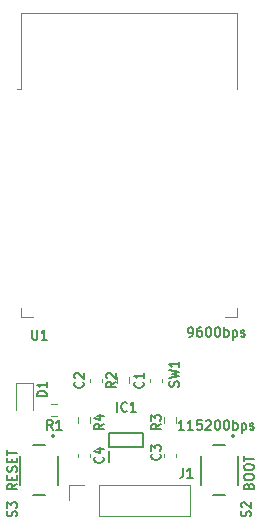
<source format=gto>
%TF.GenerationSoftware,KiCad,Pcbnew,(5.1.7)-1*%
%TF.CreationDate,2020-10-20T01:21:36+09:00*%
%TF.ProjectId,UARTtoBluetoothSerial,55415254-746f-4426-9c75-65746f6f7468,rev?*%
%TF.SameCoordinates,Original*%
%TF.FileFunction,Legend,Top*%
%TF.FilePolarity,Positive*%
%FSLAX46Y46*%
G04 Gerber Fmt 4.6, Leading zero omitted, Abs format (unit mm)*
G04 Created by KiCad (PCBNEW (5.1.7)-1) date 2020-10-20 01:21:36*
%MOMM*%
%LPD*%
G01*
G04 APERTURE LIST*
%ADD10C,0.150000*%
%ADD11C,0.120000*%
%ADD12C,0.127000*%
%ADD13C,0.200000*%
G04 APERTURE END LIST*
D10*
X120212190Y-94341904D02*
X119755047Y-94341904D01*
X119983619Y-94341904D02*
X119983619Y-93541904D01*
X119907428Y-93656190D01*
X119831238Y-93732380D01*
X119755047Y-93770476D01*
X120974095Y-94341904D02*
X120516952Y-94341904D01*
X120745523Y-94341904D02*
X120745523Y-93541904D01*
X120669333Y-93656190D01*
X120593142Y-93732380D01*
X120516952Y-93770476D01*
X121697904Y-93541904D02*
X121316952Y-93541904D01*
X121278857Y-93922857D01*
X121316952Y-93884761D01*
X121393142Y-93846666D01*
X121583619Y-93846666D01*
X121659809Y-93884761D01*
X121697904Y-93922857D01*
X121736000Y-93999047D01*
X121736000Y-94189523D01*
X121697904Y-94265714D01*
X121659809Y-94303809D01*
X121583619Y-94341904D01*
X121393142Y-94341904D01*
X121316952Y-94303809D01*
X121278857Y-94265714D01*
X122040761Y-93618095D02*
X122078857Y-93580000D01*
X122155047Y-93541904D01*
X122345523Y-93541904D01*
X122421714Y-93580000D01*
X122459809Y-93618095D01*
X122497904Y-93694285D01*
X122497904Y-93770476D01*
X122459809Y-93884761D01*
X122002666Y-94341904D01*
X122497904Y-94341904D01*
X122993142Y-93541904D02*
X123069333Y-93541904D01*
X123145523Y-93580000D01*
X123183619Y-93618095D01*
X123221714Y-93694285D01*
X123259809Y-93846666D01*
X123259809Y-94037142D01*
X123221714Y-94189523D01*
X123183619Y-94265714D01*
X123145523Y-94303809D01*
X123069333Y-94341904D01*
X122993142Y-94341904D01*
X122916952Y-94303809D01*
X122878857Y-94265714D01*
X122840761Y-94189523D01*
X122802666Y-94037142D01*
X122802666Y-93846666D01*
X122840761Y-93694285D01*
X122878857Y-93618095D01*
X122916952Y-93580000D01*
X122993142Y-93541904D01*
X123755047Y-93541904D02*
X123831238Y-93541904D01*
X123907428Y-93580000D01*
X123945523Y-93618095D01*
X123983619Y-93694285D01*
X124021714Y-93846666D01*
X124021714Y-94037142D01*
X123983619Y-94189523D01*
X123945523Y-94265714D01*
X123907428Y-94303809D01*
X123831238Y-94341904D01*
X123755047Y-94341904D01*
X123678857Y-94303809D01*
X123640761Y-94265714D01*
X123602666Y-94189523D01*
X123564571Y-94037142D01*
X123564571Y-93846666D01*
X123602666Y-93694285D01*
X123640761Y-93618095D01*
X123678857Y-93580000D01*
X123755047Y-93541904D01*
X124364571Y-94341904D02*
X124364571Y-93541904D01*
X124364571Y-93846666D02*
X124440761Y-93808571D01*
X124593142Y-93808571D01*
X124669333Y-93846666D01*
X124707428Y-93884761D01*
X124745523Y-93960952D01*
X124745523Y-94189523D01*
X124707428Y-94265714D01*
X124669333Y-94303809D01*
X124593142Y-94341904D01*
X124440761Y-94341904D01*
X124364571Y-94303809D01*
X125088380Y-93808571D02*
X125088380Y-94608571D01*
X125088380Y-93846666D02*
X125164571Y-93808571D01*
X125316952Y-93808571D01*
X125393142Y-93846666D01*
X125431238Y-93884761D01*
X125469333Y-93960952D01*
X125469333Y-94189523D01*
X125431238Y-94265714D01*
X125393142Y-94303809D01*
X125316952Y-94341904D01*
X125164571Y-94341904D01*
X125088380Y-94303809D01*
X125774095Y-94303809D02*
X125850285Y-94341904D01*
X126002666Y-94341904D01*
X126078857Y-94303809D01*
X126116952Y-94227619D01*
X126116952Y-94189523D01*
X126078857Y-94113333D01*
X126002666Y-94075238D01*
X125888380Y-94075238D01*
X125812190Y-94037142D01*
X125774095Y-93960952D01*
X125774095Y-93922857D01*
X125812190Y-93846666D01*
X125888380Y-93808571D01*
X126002666Y-93808571D01*
X126078857Y-93846666D01*
X120593142Y-86467904D02*
X120745523Y-86467904D01*
X120821714Y-86429809D01*
X120859809Y-86391714D01*
X120936000Y-86277428D01*
X120974095Y-86125047D01*
X120974095Y-85820285D01*
X120936000Y-85744095D01*
X120897904Y-85706000D01*
X120821714Y-85667904D01*
X120669333Y-85667904D01*
X120593142Y-85706000D01*
X120555047Y-85744095D01*
X120516952Y-85820285D01*
X120516952Y-86010761D01*
X120555047Y-86086952D01*
X120593142Y-86125047D01*
X120669333Y-86163142D01*
X120821714Y-86163142D01*
X120897904Y-86125047D01*
X120936000Y-86086952D01*
X120974095Y-86010761D01*
X121659809Y-85667904D02*
X121507428Y-85667904D01*
X121431238Y-85706000D01*
X121393142Y-85744095D01*
X121316952Y-85858380D01*
X121278857Y-86010761D01*
X121278857Y-86315523D01*
X121316952Y-86391714D01*
X121355047Y-86429809D01*
X121431238Y-86467904D01*
X121583619Y-86467904D01*
X121659809Y-86429809D01*
X121697904Y-86391714D01*
X121736000Y-86315523D01*
X121736000Y-86125047D01*
X121697904Y-86048857D01*
X121659809Y-86010761D01*
X121583619Y-85972666D01*
X121431238Y-85972666D01*
X121355047Y-86010761D01*
X121316952Y-86048857D01*
X121278857Y-86125047D01*
X122231238Y-85667904D02*
X122307428Y-85667904D01*
X122383619Y-85706000D01*
X122421714Y-85744095D01*
X122459809Y-85820285D01*
X122497904Y-85972666D01*
X122497904Y-86163142D01*
X122459809Y-86315523D01*
X122421714Y-86391714D01*
X122383619Y-86429809D01*
X122307428Y-86467904D01*
X122231238Y-86467904D01*
X122155047Y-86429809D01*
X122116952Y-86391714D01*
X122078857Y-86315523D01*
X122040761Y-86163142D01*
X122040761Y-85972666D01*
X122078857Y-85820285D01*
X122116952Y-85744095D01*
X122155047Y-85706000D01*
X122231238Y-85667904D01*
X122993142Y-85667904D02*
X123069333Y-85667904D01*
X123145523Y-85706000D01*
X123183619Y-85744095D01*
X123221714Y-85820285D01*
X123259809Y-85972666D01*
X123259809Y-86163142D01*
X123221714Y-86315523D01*
X123183619Y-86391714D01*
X123145523Y-86429809D01*
X123069333Y-86467904D01*
X122993142Y-86467904D01*
X122916952Y-86429809D01*
X122878857Y-86391714D01*
X122840761Y-86315523D01*
X122802666Y-86163142D01*
X122802666Y-85972666D01*
X122840761Y-85820285D01*
X122878857Y-85744095D01*
X122916952Y-85706000D01*
X122993142Y-85667904D01*
X123602666Y-86467904D02*
X123602666Y-85667904D01*
X123602666Y-85972666D02*
X123678857Y-85934571D01*
X123831238Y-85934571D01*
X123907428Y-85972666D01*
X123945523Y-86010761D01*
X123983619Y-86086952D01*
X123983619Y-86315523D01*
X123945523Y-86391714D01*
X123907428Y-86429809D01*
X123831238Y-86467904D01*
X123678857Y-86467904D01*
X123602666Y-86429809D01*
X124326476Y-85934571D02*
X124326476Y-86734571D01*
X124326476Y-85972666D02*
X124402666Y-85934571D01*
X124555047Y-85934571D01*
X124631238Y-85972666D01*
X124669333Y-86010761D01*
X124707428Y-86086952D01*
X124707428Y-86315523D01*
X124669333Y-86391714D01*
X124631238Y-86429809D01*
X124555047Y-86467904D01*
X124402666Y-86467904D01*
X124326476Y-86429809D01*
X125012190Y-86429809D02*
X125088380Y-86467904D01*
X125240761Y-86467904D01*
X125316952Y-86429809D01*
X125355047Y-86353619D01*
X125355047Y-86315523D01*
X125316952Y-86239333D01*
X125240761Y-86201238D01*
X125126476Y-86201238D01*
X125050285Y-86163142D01*
X125012190Y-86086952D01*
X125012190Y-86048857D01*
X125050285Y-85972666D01*
X125126476Y-85934571D01*
X125240761Y-85934571D01*
X125316952Y-85972666D01*
X125672857Y-99129714D02*
X125710952Y-99015428D01*
X125749047Y-98977333D01*
X125825238Y-98939238D01*
X125939523Y-98939238D01*
X126015714Y-98977333D01*
X126053809Y-99015428D01*
X126091904Y-99091619D01*
X126091904Y-99396380D01*
X125291904Y-99396380D01*
X125291904Y-99129714D01*
X125330000Y-99053523D01*
X125368095Y-99015428D01*
X125444285Y-98977333D01*
X125520476Y-98977333D01*
X125596666Y-99015428D01*
X125634761Y-99053523D01*
X125672857Y-99129714D01*
X125672857Y-99396380D01*
X125291904Y-98444000D02*
X125291904Y-98291619D01*
X125330000Y-98215428D01*
X125406190Y-98139238D01*
X125558571Y-98101142D01*
X125825238Y-98101142D01*
X125977619Y-98139238D01*
X126053809Y-98215428D01*
X126091904Y-98291619D01*
X126091904Y-98444000D01*
X126053809Y-98520190D01*
X125977619Y-98596380D01*
X125825238Y-98634476D01*
X125558571Y-98634476D01*
X125406190Y-98596380D01*
X125330000Y-98520190D01*
X125291904Y-98444000D01*
X125291904Y-97605904D02*
X125291904Y-97453523D01*
X125330000Y-97377333D01*
X125406190Y-97301142D01*
X125558571Y-97263047D01*
X125825238Y-97263047D01*
X125977619Y-97301142D01*
X126053809Y-97377333D01*
X126091904Y-97453523D01*
X126091904Y-97605904D01*
X126053809Y-97682095D01*
X125977619Y-97758285D01*
X125825238Y-97796380D01*
X125558571Y-97796380D01*
X125406190Y-97758285D01*
X125330000Y-97682095D01*
X125291904Y-97605904D01*
X125291904Y-97034476D02*
X125291904Y-96577333D01*
X126091904Y-96805904D02*
X125291904Y-96805904D01*
X106025904Y-98951904D02*
X105644952Y-99218571D01*
X106025904Y-99409047D02*
X105225904Y-99409047D01*
X105225904Y-99104285D01*
X105264000Y-99028095D01*
X105302095Y-98990000D01*
X105378285Y-98951904D01*
X105492571Y-98951904D01*
X105568761Y-98990000D01*
X105606857Y-99028095D01*
X105644952Y-99104285D01*
X105644952Y-99409047D01*
X105606857Y-98609047D02*
X105606857Y-98342380D01*
X106025904Y-98228095D02*
X106025904Y-98609047D01*
X105225904Y-98609047D01*
X105225904Y-98228095D01*
X105987809Y-97923333D02*
X106025904Y-97809047D01*
X106025904Y-97618571D01*
X105987809Y-97542380D01*
X105949714Y-97504285D01*
X105873523Y-97466190D01*
X105797333Y-97466190D01*
X105721142Y-97504285D01*
X105683047Y-97542380D01*
X105644952Y-97618571D01*
X105606857Y-97770952D01*
X105568761Y-97847142D01*
X105530666Y-97885238D01*
X105454476Y-97923333D01*
X105378285Y-97923333D01*
X105302095Y-97885238D01*
X105264000Y-97847142D01*
X105225904Y-97770952D01*
X105225904Y-97580476D01*
X105264000Y-97466190D01*
X105606857Y-97123333D02*
X105606857Y-96856666D01*
X106025904Y-96742380D02*
X106025904Y-97123333D01*
X105225904Y-97123333D01*
X105225904Y-96742380D01*
X105225904Y-96513809D02*
X105225904Y-96056666D01*
X106025904Y-96285238D02*
X105225904Y-96285238D01*
D11*
%TO.C,J1*%
X113030000Y-101660000D02*
X113030000Y-99000000D01*
X113030000Y-101660000D02*
X120710000Y-101660000D01*
X120710000Y-101660000D02*
X120710000Y-99000000D01*
X113030000Y-99000000D02*
X120710000Y-99000000D01*
X110430000Y-99000000D02*
X111760000Y-99000000D01*
X110430000Y-100330000D02*
X110430000Y-99000000D01*
%TO.C,U1*%
X106434000Y-84030000D02*
X106434000Y-84810000D01*
X106434000Y-84810000D02*
X107434000Y-84810000D01*
X124674000Y-84030000D02*
X124674000Y-84810000D01*
X124674000Y-84810000D02*
X123674000Y-84810000D01*
X106434000Y-59065000D02*
X124674000Y-59065000D01*
X124674000Y-59065000D02*
X124674000Y-65485000D01*
X106434000Y-59065000D02*
X106434000Y-65485000D01*
X106434000Y-65485000D02*
X106054000Y-65485000D01*
%TO.C,D1*%
X107415000Y-92722500D02*
X107415000Y-90437500D01*
X107415000Y-90437500D02*
X105945000Y-90437500D01*
X105945000Y-90437500D02*
X105945000Y-92722500D01*
D12*
%TO.C,S3*%
X109550000Y-96540000D02*
X109550000Y-99040000D01*
X108450000Y-99890000D02*
X107450000Y-99890000D01*
X106350000Y-96540000D02*
X106350000Y-99040000D01*
X108450000Y-95690000D02*
X107450000Y-95690000D01*
X109211803Y-94890000D02*
G75*
G03*
X109211803Y-94890000I-111803J0D01*
G01*
X109150000Y-94940000D02*
G75*
G03*
X109150000Y-94940000I-50000J0D01*
G01*
%TO.C,S2*%
X124800000Y-96540000D02*
X124800000Y-99040000D01*
X123700000Y-99890000D02*
X122700000Y-99890000D01*
X121600000Y-96540000D02*
X121600000Y-99040000D01*
X123700000Y-95690000D02*
X122700000Y-95690000D01*
X124461803Y-94890000D02*
G75*
G03*
X124461803Y-94890000I-111803J0D01*
G01*
X124400000Y-94940000D02*
G75*
G03*
X124400000Y-94940000I-50000J0D01*
G01*
D11*
%TO.C,R4*%
X112282500Y-93297742D02*
X112282500Y-93772258D01*
X111237500Y-93297742D02*
X111237500Y-93772258D01*
%TO.C,R3*%
X119522500Y-93297742D02*
X119522500Y-93772258D01*
X118477500Y-93297742D02*
X118477500Y-93772258D01*
%TO.C,R2*%
X114539500Y-90407258D02*
X114539500Y-89932742D01*
X115584500Y-90407258D02*
X115584500Y-89932742D01*
%TO.C,R1*%
X108982742Y-92187500D02*
X109457258Y-92187500D01*
X108982742Y-93232500D02*
X109457258Y-93232500D01*
D13*
%TO.C,IC1*%
X113866000Y-95850000D02*
X113866000Y-94650000D01*
X113866000Y-94650000D02*
X116766000Y-94650000D01*
X116766000Y-94650000D02*
X116766000Y-95850000D01*
X116766000Y-95850000D02*
X113866000Y-95850000D01*
X113816000Y-97100000D02*
X113816000Y-96200000D01*
D11*
%TO.C,C4*%
X112270000Y-96379420D02*
X112270000Y-96660580D01*
X111250000Y-96379420D02*
X111250000Y-96660580D01*
%TO.C,C3*%
X119510000Y-96379420D02*
X119510000Y-96660580D01*
X118490000Y-96379420D02*
X118490000Y-96660580D01*
%TO.C,C2*%
X112266000Y-90310580D02*
X112266000Y-90029420D01*
X113286000Y-90310580D02*
X113286000Y-90029420D01*
%TO.C,C1*%
X118366000Y-90310580D02*
X118366000Y-90029420D01*
X117346000Y-90310580D02*
X117346000Y-90029420D01*
%TO.C,J1*%
D10*
X120129333Y-97605904D02*
X120129333Y-98177333D01*
X120091238Y-98291619D01*
X120015047Y-98367809D01*
X119900761Y-98405904D01*
X119824571Y-98405904D01*
X120929333Y-98405904D02*
X120472190Y-98405904D01*
X120700761Y-98405904D02*
X120700761Y-97605904D01*
X120624571Y-97720190D01*
X120548380Y-97796380D01*
X120472190Y-97834476D01*
%TO.C,U1*%
X107340476Y-85921904D02*
X107340476Y-86569523D01*
X107378571Y-86645714D01*
X107416666Y-86683809D01*
X107492857Y-86721904D01*
X107645238Y-86721904D01*
X107721428Y-86683809D01*
X107759523Y-86645714D01*
X107797619Y-86569523D01*
X107797619Y-85921904D01*
X108597619Y-86721904D02*
X108140476Y-86721904D01*
X108369047Y-86721904D02*
X108369047Y-85921904D01*
X108292857Y-86036190D01*
X108216666Y-86112380D01*
X108140476Y-86150476D01*
%TO.C,D1*%
X108565904Y-91522476D02*
X107765904Y-91522476D01*
X107765904Y-91332000D01*
X107804000Y-91217714D01*
X107880190Y-91141523D01*
X107956380Y-91103428D01*
X108108761Y-91065333D01*
X108223047Y-91065333D01*
X108375428Y-91103428D01*
X108451619Y-91141523D01*
X108527809Y-91217714D01*
X108565904Y-91332000D01*
X108565904Y-91522476D01*
X108565904Y-90303428D02*
X108565904Y-90760571D01*
X108565904Y-90532000D02*
X107765904Y-90532000D01*
X107880190Y-90608190D01*
X107956380Y-90684380D01*
X107994476Y-90760571D01*
%TO.C,SW1*%
X119703809Y-90728666D02*
X119741904Y-90614380D01*
X119741904Y-90423904D01*
X119703809Y-90347714D01*
X119665714Y-90309619D01*
X119589523Y-90271523D01*
X119513333Y-90271523D01*
X119437142Y-90309619D01*
X119399047Y-90347714D01*
X119360952Y-90423904D01*
X119322857Y-90576285D01*
X119284761Y-90652476D01*
X119246666Y-90690571D01*
X119170476Y-90728666D01*
X119094285Y-90728666D01*
X119018095Y-90690571D01*
X118980000Y-90652476D01*
X118941904Y-90576285D01*
X118941904Y-90385809D01*
X118980000Y-90271523D01*
X118941904Y-90004857D02*
X119741904Y-89814380D01*
X119170476Y-89662000D01*
X119741904Y-89509619D01*
X118941904Y-89319142D01*
X119741904Y-88595333D02*
X119741904Y-89052476D01*
X119741904Y-88823904D02*
X118941904Y-88823904D01*
X119056190Y-88900095D01*
X119132380Y-88976285D01*
X119170476Y-89052476D01*
%TO.C,S3*%
X105987809Y-101701523D02*
X106025904Y-101587238D01*
X106025904Y-101396761D01*
X105987809Y-101320571D01*
X105949714Y-101282476D01*
X105873523Y-101244380D01*
X105797333Y-101244380D01*
X105721142Y-101282476D01*
X105683047Y-101320571D01*
X105644952Y-101396761D01*
X105606857Y-101549142D01*
X105568761Y-101625333D01*
X105530666Y-101663428D01*
X105454476Y-101701523D01*
X105378285Y-101701523D01*
X105302095Y-101663428D01*
X105264000Y-101625333D01*
X105225904Y-101549142D01*
X105225904Y-101358666D01*
X105264000Y-101244380D01*
X105225904Y-100977714D02*
X105225904Y-100482476D01*
X105530666Y-100749142D01*
X105530666Y-100634857D01*
X105568761Y-100558666D01*
X105606857Y-100520571D01*
X105683047Y-100482476D01*
X105873523Y-100482476D01*
X105949714Y-100520571D01*
X105987809Y-100558666D01*
X106025904Y-100634857D01*
X106025904Y-100863428D01*
X105987809Y-100939619D01*
X105949714Y-100977714D01*
%TO.C,S2*%
X125799809Y-101701523D02*
X125837904Y-101587238D01*
X125837904Y-101396761D01*
X125799809Y-101320571D01*
X125761714Y-101282476D01*
X125685523Y-101244380D01*
X125609333Y-101244380D01*
X125533142Y-101282476D01*
X125495047Y-101320571D01*
X125456952Y-101396761D01*
X125418857Y-101549142D01*
X125380761Y-101625333D01*
X125342666Y-101663428D01*
X125266476Y-101701523D01*
X125190285Y-101701523D01*
X125114095Y-101663428D01*
X125076000Y-101625333D01*
X125037904Y-101549142D01*
X125037904Y-101358666D01*
X125076000Y-101244380D01*
X125114095Y-100939619D02*
X125076000Y-100901523D01*
X125037904Y-100825333D01*
X125037904Y-100634857D01*
X125076000Y-100558666D01*
X125114095Y-100520571D01*
X125190285Y-100482476D01*
X125266476Y-100482476D01*
X125380761Y-100520571D01*
X125837904Y-100977714D01*
X125837904Y-100482476D01*
%TO.C,R4*%
X113391904Y-93859333D02*
X113010952Y-94126000D01*
X113391904Y-94316476D02*
X112591904Y-94316476D01*
X112591904Y-94011714D01*
X112630000Y-93935523D01*
X112668095Y-93897428D01*
X112744285Y-93859333D01*
X112858571Y-93859333D01*
X112934761Y-93897428D01*
X112972857Y-93935523D01*
X113010952Y-94011714D01*
X113010952Y-94316476D01*
X112858571Y-93173619D02*
X113391904Y-93173619D01*
X112553809Y-93364095D02*
X113125238Y-93554571D01*
X113125238Y-93059333D01*
%TO.C,R3*%
X118217904Y-93859333D02*
X117836952Y-94126000D01*
X118217904Y-94316476D02*
X117417904Y-94316476D01*
X117417904Y-94011714D01*
X117456000Y-93935523D01*
X117494095Y-93897428D01*
X117570285Y-93859333D01*
X117684571Y-93859333D01*
X117760761Y-93897428D01*
X117798857Y-93935523D01*
X117836952Y-94011714D01*
X117836952Y-94316476D01*
X117417904Y-93592666D02*
X117417904Y-93097428D01*
X117722666Y-93364095D01*
X117722666Y-93249809D01*
X117760761Y-93173619D01*
X117798857Y-93135523D01*
X117875047Y-93097428D01*
X118065523Y-93097428D01*
X118141714Y-93135523D01*
X118179809Y-93173619D01*
X118217904Y-93249809D01*
X118217904Y-93478380D01*
X118179809Y-93554571D01*
X118141714Y-93592666D01*
%TO.C,R2*%
X114407904Y-90303333D02*
X114026952Y-90570000D01*
X114407904Y-90760476D02*
X113607904Y-90760476D01*
X113607904Y-90455714D01*
X113646000Y-90379523D01*
X113684095Y-90341428D01*
X113760285Y-90303333D01*
X113874571Y-90303333D01*
X113950761Y-90341428D01*
X113988857Y-90379523D01*
X114026952Y-90455714D01*
X114026952Y-90760476D01*
X113684095Y-89998571D02*
X113646000Y-89960476D01*
X113607904Y-89884285D01*
X113607904Y-89693809D01*
X113646000Y-89617619D01*
X113684095Y-89579523D01*
X113760285Y-89541428D01*
X113836476Y-89541428D01*
X113950761Y-89579523D01*
X114407904Y-90036666D01*
X114407904Y-89541428D01*
%TO.C,R1*%
X109086666Y-94341904D02*
X108820000Y-93960952D01*
X108629523Y-94341904D02*
X108629523Y-93541904D01*
X108934285Y-93541904D01*
X109010476Y-93580000D01*
X109048571Y-93618095D01*
X109086666Y-93694285D01*
X109086666Y-93808571D01*
X109048571Y-93884761D01*
X109010476Y-93922857D01*
X108934285Y-93960952D01*
X108629523Y-93960952D01*
X109848571Y-94341904D02*
X109391428Y-94341904D01*
X109620000Y-94341904D02*
X109620000Y-93541904D01*
X109543809Y-93656190D01*
X109467619Y-93732380D01*
X109391428Y-93770476D01*
%TO.C,IC1*%
X114535047Y-92817904D02*
X114535047Y-92017904D01*
X115373142Y-92741714D02*
X115335047Y-92779809D01*
X115220761Y-92817904D01*
X115144571Y-92817904D01*
X115030285Y-92779809D01*
X114954095Y-92703619D01*
X114916000Y-92627428D01*
X114877904Y-92475047D01*
X114877904Y-92360761D01*
X114916000Y-92208380D01*
X114954095Y-92132190D01*
X115030285Y-92056000D01*
X115144571Y-92017904D01*
X115220761Y-92017904D01*
X115335047Y-92056000D01*
X115373142Y-92094095D01*
X116135047Y-92817904D02*
X115677904Y-92817904D01*
X115906476Y-92817904D02*
X115906476Y-92017904D01*
X115830285Y-92132190D01*
X115754095Y-92208380D01*
X115677904Y-92246476D01*
%TO.C,C4*%
X113315714Y-96653333D02*
X113353809Y-96691428D01*
X113391904Y-96805714D01*
X113391904Y-96881904D01*
X113353809Y-96996190D01*
X113277619Y-97072380D01*
X113201428Y-97110476D01*
X113049047Y-97148571D01*
X112934761Y-97148571D01*
X112782380Y-97110476D01*
X112706190Y-97072380D01*
X112630000Y-96996190D01*
X112591904Y-96881904D01*
X112591904Y-96805714D01*
X112630000Y-96691428D01*
X112668095Y-96653333D01*
X112858571Y-95967619D02*
X113391904Y-95967619D01*
X112553809Y-96158095D02*
X113125238Y-96348571D01*
X113125238Y-95853333D01*
%TO.C,C3*%
X118141714Y-96399333D02*
X118179809Y-96437428D01*
X118217904Y-96551714D01*
X118217904Y-96627904D01*
X118179809Y-96742190D01*
X118103619Y-96818380D01*
X118027428Y-96856476D01*
X117875047Y-96894571D01*
X117760761Y-96894571D01*
X117608380Y-96856476D01*
X117532190Y-96818380D01*
X117456000Y-96742190D01*
X117417904Y-96627904D01*
X117417904Y-96551714D01*
X117456000Y-96437428D01*
X117494095Y-96399333D01*
X117417904Y-96132666D02*
X117417904Y-95637428D01*
X117722666Y-95904095D01*
X117722666Y-95789809D01*
X117760761Y-95713619D01*
X117798857Y-95675523D01*
X117875047Y-95637428D01*
X118065523Y-95637428D01*
X118141714Y-95675523D01*
X118179809Y-95713619D01*
X118217904Y-95789809D01*
X118217904Y-96018380D01*
X118179809Y-96094571D01*
X118141714Y-96132666D01*
%TO.C,C2*%
X111631714Y-90303333D02*
X111669809Y-90341428D01*
X111707904Y-90455714D01*
X111707904Y-90531904D01*
X111669809Y-90646190D01*
X111593619Y-90722380D01*
X111517428Y-90760476D01*
X111365047Y-90798571D01*
X111250761Y-90798571D01*
X111098380Y-90760476D01*
X111022190Y-90722380D01*
X110946000Y-90646190D01*
X110907904Y-90531904D01*
X110907904Y-90455714D01*
X110946000Y-90341428D01*
X110984095Y-90303333D01*
X110984095Y-89998571D02*
X110946000Y-89960476D01*
X110907904Y-89884285D01*
X110907904Y-89693809D01*
X110946000Y-89617619D01*
X110984095Y-89579523D01*
X111060285Y-89541428D01*
X111136476Y-89541428D01*
X111250761Y-89579523D01*
X111707904Y-90036666D01*
X111707904Y-89541428D01*
%TO.C,C1*%
X116711714Y-90303333D02*
X116749809Y-90341428D01*
X116787904Y-90455714D01*
X116787904Y-90531904D01*
X116749809Y-90646190D01*
X116673619Y-90722380D01*
X116597428Y-90760476D01*
X116445047Y-90798571D01*
X116330761Y-90798571D01*
X116178380Y-90760476D01*
X116102190Y-90722380D01*
X116026000Y-90646190D01*
X115987904Y-90531904D01*
X115987904Y-90455714D01*
X116026000Y-90341428D01*
X116064095Y-90303333D01*
X116787904Y-89541428D02*
X116787904Y-89998571D01*
X116787904Y-89770000D02*
X115987904Y-89770000D01*
X116102190Y-89846190D01*
X116178380Y-89922380D01*
X116216476Y-89998571D01*
%TD*%
M02*

</source>
